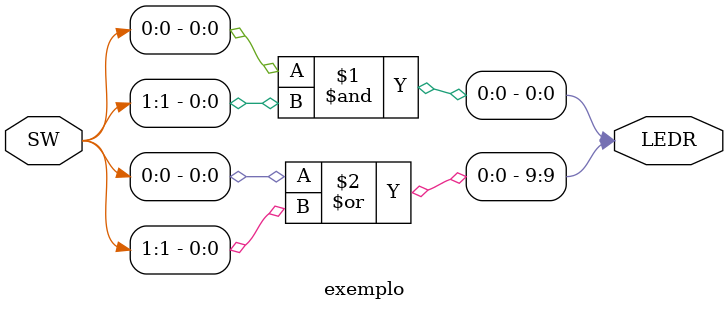
<source format=v>
module exemplo (SW, LEDR);
input [0:17] SW;
output [0:9] LEDR;

assign LEDR[0] = SW[0] & SW[1];
assign LEDR[9] = SW[0] | SW[1];

endmodule
</source>
